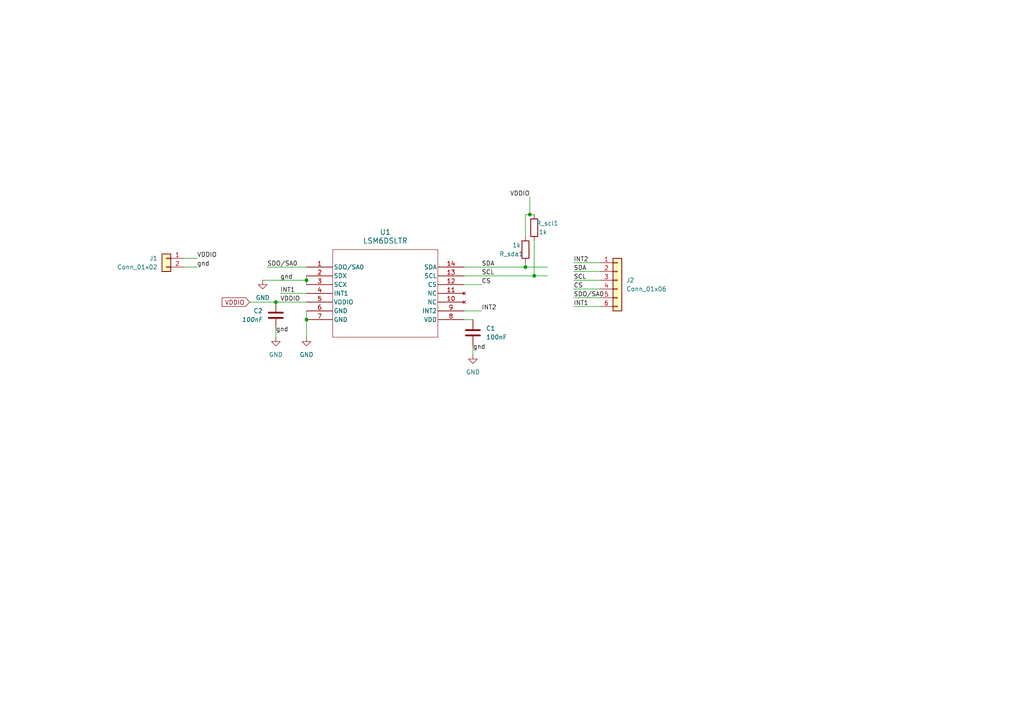
<source format=kicad_sch>
(kicad_sch (version 20230121) (generator eeschema)
  (paper "A4")
  (lib_symbols
    (symbol "Connector_Generic:Conn_01x02" (pin_names (offset 1.016) hide)
      (property "Reference" "J" (at 0 2.54 0))
      (property "Value" "Conn_01x02" (at 0 -5.08 0))
      (symbol "Conn_01x02_1_1"
        (rectangle (start -1.27 -2.413) (end 0 -2.667) (stroke (width 0.1524)))
        (rectangle (start -1.27 0.127) (end 0 -0.127) (stroke (width 0.1524)))
        (rectangle (start -1.27 1.27) (end 1.27 -3.81) (stroke (width 0.254)) (fill (type background)))
        (pin passive line (at -5.08 0 0) (length 3.81) (name "Pin_1") (number "1"))
        (pin passive line (at -5.08 -2.54 0) (length 3.81) (name "Pin_2") (number "2"))
      )
    )
    (symbol "Connector_Generic:Conn_01x06" (pin_names (offset 1.016) hide)
      (property "Reference" "J" (at 0 7.62 0))
      (property "Value" "Conn_01x06" (at 0 -10.16 0))
      (symbol "Conn_01x06_1_1"
        (rectangle (start -1.27 -7.493) (end 0 -7.747) (stroke (width 0.1524)))
        (rectangle (start -1.27 -4.953) (end 0 -5.207) (stroke (width 0.1524)))
        (rectangle (start -1.27 -2.413) (end 0 -2.667) (stroke (width 0.1524)))
        (rectangle (start -1.27 0.127) (end 0 -0.127) (stroke (width 0.1524)))
        (rectangle (start -1.27 2.667) (end 0 2.413) (stroke (width 0.1524)))
        (rectangle (start -1.27 5.207) (end 0 4.953) (stroke (width 0.1524)))
        (rectangle (start -1.27 6.35) (end 1.27 -8.89) (stroke (width 0.254)) (fill (type background)))
        (pin passive line (at -5.08 5.08 0) (length 3.81) (name "Pin_1") (number "1"))
        (pin passive line (at -5.08 2.54 0) (length 3.81) (name "Pin_2") (number "2"))
        (pin passive line (at -5.08 0 0) (length 3.81) (name "Pin_3") (number "3"))
        (pin passive line (at -5.08 -2.54 0) (length 3.81) (name "Pin_4") (number "4"))
        (pin passive line (at -5.08 -5.08 0) (length 3.81) (name "Pin_5") (number "5"))
        (pin passive line (at -5.08 -7.62 0) (length 3.81) (name "Pin_6") (number "6"))
      )
    )
    (symbol "Device:C" (pin_numbers hide) (pin_names (offset 0.254))
      (property "Reference" "C" (at 0.635 2.54 0))
      (property "Value" "C" (at 0.635 -2.54 0))
      (symbol "C_0_1"
        (polyline (pts (xy -2.032 -0.762) (xy 2.032 -0.762)) (stroke (width 0.508)))
        (polyline (pts (xy -2.032 0.762) (xy 2.032 0.762)) (stroke (width 0.508)))
      )
      (symbol "C_1_1"
        (pin passive line (at 0 3.81 270) (length 2.794) (name "~") (number "1"))
        (pin passive line (at 0 -3.81 90) (length 2.794) (name "~") (number "2"))
      )
    )
    (symbol "Device:R" (pin_numbers hide) (pin_names (offset 0))
      (property "Reference" "R" (at 2.032 0 90))
      (property "Value" "R" (at 0 0 90))
      (symbol "R_0_1"
        (rectangle (start -1.016 -2.54) (end 1.016 2.54) (stroke (width 0.254)))
      )
      (symbol "R_1_1"
        (pin passive line (at 0 3.81 270) (length 1.27) (name "~") (number "1"))
        (pin passive line (at 0 -3.81 90) (length 1.27) (name "~") (number "2"))
      )
    )
    (symbol "imu:LSM6DSLTR" (pin_names (offset 0.254))
      (property "Reference" "U" (at 22.86 10.16 0))
      (property "Value" "LSM6DSLTR" (at 22.86 7.62 0))
      (symbol "LSM6DSLTR_0_1"
        (polyline (pts (xy 7.62 -20.32) (xy 38.1 -20.32)) (stroke (width 0.127)))
        (polyline (pts (xy 7.62 5.08) (xy 7.62 -20.32)) (stroke (width 0.127)))
        (polyline (pts (xy 38.1 -20.32) (xy 38.1 5.08)) (stroke (width 0.127)))
        (polyline (pts (xy 38.1 5.08) (xy 7.62 5.08)) (stroke (width 0.127)))
        (pin output line (at 0 0 0) (length 7.62) (name "SDO/SA0") (number "1"))
        (pin no_connect line (at 45.72 -10.16 180) (length 7.62) (name "NC") (number "10"))
        (pin no_connect line (at 45.72 -7.62 180) (length 7.62) (name "NC") (number "11"))
        (pin unspecified line (at 45.72 -5.08 180) (length 7.62) (name "CS") (number "12"))
        (pin unspecified line (at 45.72 -2.54 180) (length 7.62) (name "SCL") (number "13"))
        (pin bidirectional line (at 45.72 0 180) (length 7.62) (name "SDA") (number "14"))
        (pin unspecified line (at 0 -2.54 0) (length 7.62) (name "SDX") (number "2"))
        (pin unspecified line (at 0 -5.08 0) (length 7.62) (name "SCX") (number "3"))
        (pin unspecified line (at 0 -7.62 0) (length 7.62) (name "INT1") (number "4"))
        (pin power_in line (at 0 -10.16 0) (length 7.62) (name "VDDIO") (number "5"))
        (pin power_in line (at 0 -12.7 0) (length 7.62) (name "GND") (number "6"))
        (pin power_in line (at 0 -15.24 0) (length 7.62) (name "GND") (number "7"))
        (pin power_in line (at 45.72 -15.24 180) (length 7.62) (name "VDD") (number "8"))
        (pin unspecified line (at 45.72 -12.7 180) (length 7.62) (name "INT2") (number "9"))
      )
    )
    (symbol "power:GND" (power) (pin_names (offset 0))
      (property "Value" "GND" (at 0 -3.81 0))
      (symbol "GND_0_1"
        (polyline (pts (xy 0 0) (xy 0 -1.27) (xy 1.27 -1.27) (xy 0 -2.54) (xy -1.27 -1.27) (xy 0 -1.27)))
      )
      (symbol "GND_1_1"
        (pin power_in line (at 0 0 270) (length 0) hide (name "GND") (number "1"))
      )
    )
  )
  (junction (at 88.9 81.28))
  (junction (at 153.67 62.23))
  (junction (at 154.94 80.01))
  (junction (at 152.4 77.47))
  (junction (at 88.9 92.71))
  (junction (at 80.01 87.63))
  (wire (pts (xy 153.67 62.23) (xy 153.67 57.15)))
  (wire (pts (xy 166.37 86.36) (xy 173.99 86.36)))
  (wire (pts (xy 88.9 92.71) (xy 88.9 97.79)))
  (wire (pts (xy 134.62 90.17) (xy 139.7 90.17)))
  (wire (pts (xy 152.4 62.23) (xy 152.4 68.58)))
  (wire (pts (xy 53.34 77.47) (xy 57.15 77.47)))
  (wire (pts (xy 152.4 76.2) (xy 152.4 77.47)))
  (wire (pts (xy 77.47 77.47) (xy 88.9 77.47)))
  (wire (pts (xy 80.01 87.63) (xy 88.9 87.63)))
  (wire (pts (xy 134.62 77.47) (xy 152.4 77.47)))
  (wire (pts (xy 72.39 87.63) (xy 80.01 87.63)))
  (wire (pts (xy 154.94 80.01) (xy 158.75 80.01)))
  (wire (pts (xy 88.9 90.17) (xy 88.9 92.71)))
  (wire (pts (xy 81.28 85.09) (xy 88.9 85.09)))
  (wire (pts (xy 166.37 76.2) (xy 173.99 76.2)))
  (wire (pts (xy 166.37 88.9) (xy 173.99 88.9)))
  (wire (pts (xy 80.01 95.25) (xy 80.01 97.79)))
  (wire (pts (xy 134.62 82.55) (xy 139.7 82.55)))
  (wire (pts (xy 154.94 62.23) (xy 153.67 62.23)))
  (wire (pts (xy 153.67 62.23) (xy 152.4 62.23)))
  (wire (pts (xy 134.62 92.71) (xy 137.16 92.71)))
  (wire (pts (xy 166.37 83.82) (xy 173.99 83.82)))
  (wire (pts (xy 53.34 74.93) (xy 57.15 74.93)))
  (wire (pts (xy 134.62 80.01) (xy 154.94 80.01)))
  (wire (pts (xy 137.16 100.33) (xy 137.16 102.87)))
  (wire (pts (xy 88.9 80.01) (xy 88.9 81.28)))
  (wire (pts (xy 88.9 81.28) (xy 88.9 82.55)))
  (wire (pts (xy 152.4 77.47) (xy 158.75 77.47)))
  (wire (pts (xy 76.2 81.28) (xy 88.9 81.28)))
  (wire (pts (xy 154.94 69.85) (xy 154.94 80.01)))
  (wire (pts (xy 166.37 78.74) (xy 173.99 78.74)))
  (wire (pts (xy 166.37 81.28) (xy 173.99 81.28)))
  (label "gnd" (at 137.16 101.6 0))
  (label "INT1" (at 166.37 88.9 0))
  (label "INT2" (at 166.37 76.2 0))
  (label "CS" (at 166.37 83.82 0))
  (label "SDO{slash}SA0" (at 166.37 86.36 0))
  (label "VDDIO" (at 81.28 87.63 0))
  (label "SCL" (at 139.7 80.01 0))
  (label "SDA" (at 166.37 78.74 0))
  (label "SDA" (at 139.7 77.47 0))
  (label "SCL" (at 166.37 81.28 0))
  (label "gnd" (at 80.01 96.52 0))
  (label "VDDIO" (at 153.67 57.15 180))
  (label "gnd" (at 81.28 81.28 0))
  (label "CS" (at 139.7 82.55 0))
  (label "gnd" (at 57.15 77.47 0))
  (label "VDDIO" (at 57.15 74.93 0))
  (label "SDO{slash}SA0" (at 77.47 77.47 0))
  (label "INT1" (at 81.28 85.09 0))
  (label "INT2" (at 139.7 90.17 0))
  (global_label "VDDIO" (shape input) (at 72.39 87.63 180) (property "Intersheetrefs" "${INTERSHEET_REFS}" (effects hide)))
  (symbol (lib_id "Device:R") (at 154.94 66.04 0) (unit 1)
    (property "Reference" "R_scl1" (at 158.75 64.77 0))
    (property "Value" "1k" (at 157.48 67.31 0))
    (property "Footprint" "res_1k:1206_PAN" (effects hide))
  )
  (symbol (lib_id "power:GND") (at 137.16 102.87 0) (unit 1)
    (property "Reference" "#PWR01" (effects hide))
    (property "Value" "GND" (at 137.16 107.95 0))
  )
  (symbol (lib_id "power:GND") (at 76.2 81.28 0) (unit 1)
    (property "Reference" "#PWR04" (effects hide))
    (property "Value" "GND" (at 76.2 86.36 0))
  )
  (symbol (lib_id "imu:LSM6DSLTR") (at 88.9 77.47 0) (unit 1)
    (property "Reference" "U1" (at 111.76 67.31 0) (effects (font (size 1.524 1.524))))
    (property "Value" "LSM6DSLTR" (at 111.76 69.85 0) (effects (font (size 1.524 1.524))))
    (property "Datasheet" "LSM6DSLTR" (effects hide))
  )
  (symbol (lib_id "Connector_Generic:Conn_01x02") (at 48.26 74.93 0) (mirror y) (unit 1)
    (property "Reference" "J1" (at 45.72 74.93 0) (effects (justify left)))
    (property "Value" "Conn_01x02" (at 45.72 77.47 0) (effects (justify left)))
    (property "Footprint" "Connector_PinHeader_2.54mm:PinHeader_1x02_P2.54mm_Vertical" (effects hide))
  )
  (symbol (lib_id "Device:C") (at 137.16 96.52 0) (unit 1)
    (property "Reference" "C1" (at 140.97 95.25 0) (effects (justify left)))
    (property "Value" "100nF" (at 140.97 97.79 0) (effects (justify left)))
    (property "Footprint" "ceramic_cap:CAP_GRM155_MUR" (effects hide))
  )
  (symbol (lib_id "power:GND") (at 80.01 97.79 0) (unit 1)
    (property "Reference" "#PWR02" (effects hide))
    (property "Value" "GND" (at 80.01 102.87 0))
  )
  (symbol (lib_id "Device:C") (at 80.01 91.44 0) (mirror y) (unit 1)
    (property "Reference" "C2" (at 76.2 90.17 0) (effects (justify left)))
    (property "Value" "100nF" (at 76.2 92.71 0) (effects (font italic) (justify left)))
    (property "Footprint" "ceramic_cap:CAP_GRM155_MUR" (effects hide))
  )
  (symbol (lib_id "power:GND") (at 88.9 97.79 0) (unit 1)
    (property "Reference" "#PWR03" (effects hide))
    (property "Value" "GND" (at 88.9 102.87 0))
  )
  (symbol (lib_id "Device:R") (at 152.4 72.39 0) (unit 1)
    (property "Reference" "R_sda1" (at 144.78 73.66 0) (effects (justify left)))
    (property "Value" "1k" (at 148.59 71.12 0) (effects (justify left)))
    (property "Footprint" "res_1k:1206_PAN" (effects hide))
  )
  (symbol (lib_id "Connector_Generic:Conn_01x06") (at 179.07 81.28 0) (unit 1)
    (property "Reference" "J2" (at 181.61 81.28 0) (effects (justify left)))
    (property "Value" "Conn_01x06" (at 181.61 83.82 0) (effects (justify left)))
    (property "Footprint" "Connector_PinHeader_2.54mm:PinHeader_1x06_P2.54mm_Vertical" (effects hide))
  )
)
</source>
